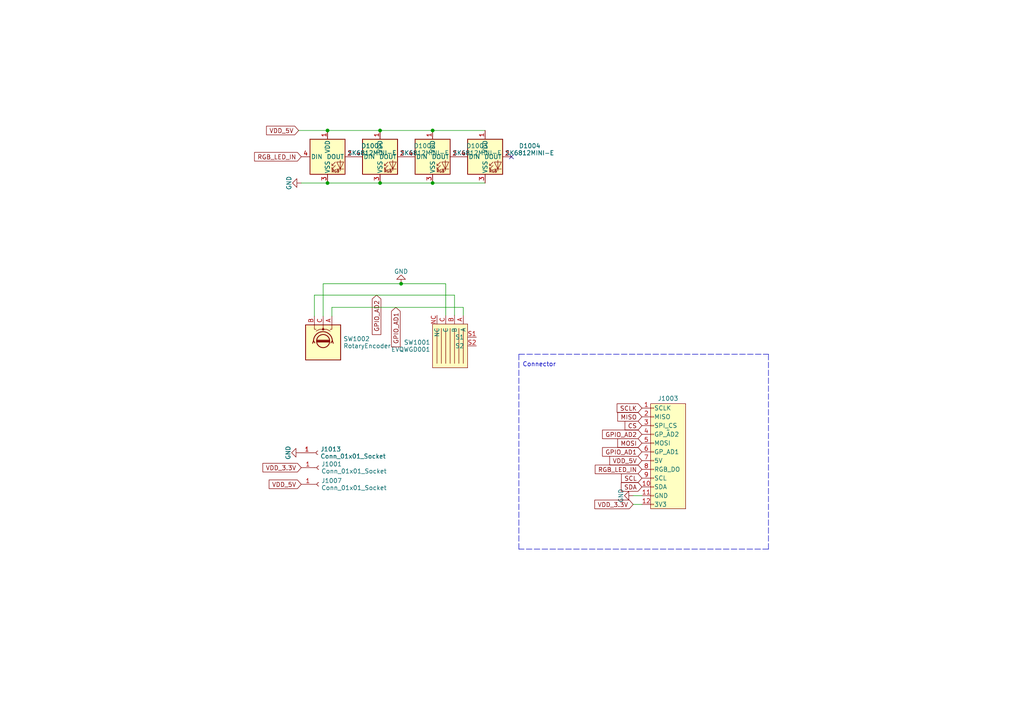
<source format=kicad_sch>
(kicad_sch (version 20230121) (generator eeschema)

  (uuid e63e39d7-6ac0-4ffd-8aa3-1841a4541b55)

  (paper "A4")

  (title_block
    (company "bastard keyboards")
    (comment 4 "Copyright Quentin Lebastard")
  )

  (lib_symbols
    (symbol "Connector:Conn_01x01_Socket" (pin_names (offset 1.016) hide) (in_bom yes) (on_board yes)
      (property "Reference" "J" (at 0 2.54 0)
        (effects (font (size 1.27 1.27)))
      )
      (property "Value" "Conn_01x01_Socket" (at 0 -2.54 0)
        (effects (font (size 1.27 1.27)))
      )
      (property "Footprint" "" (at 0 0 0)
        (effects (font (size 1.27 1.27)) hide)
      )
      (property "Datasheet" "~" (at 0 0 0)
        (effects (font (size 1.27 1.27)) hide)
      )
      (property "ki_locked" "" (at 0 0 0)
        (effects (font (size 1.27 1.27)))
      )
      (property "ki_keywords" "connector" (at 0 0 0)
        (effects (font (size 1.27 1.27)) hide)
      )
      (property "ki_description" "Generic connector, single row, 01x01, script generated" (at 0 0 0)
        (effects (font (size 1.27 1.27)) hide)
      )
      (property "ki_fp_filters" "Connector*:*_1x??_*" (at 0 0 0)
        (effects (font (size 1.27 1.27)) hide)
      )
      (symbol "Conn_01x01_Socket_1_1"
        (polyline
          (pts
            (xy -1.27 0)
            (xy -0.508 0)
          )
          (stroke (width 0.1524) (type default))
          (fill (type none))
        )
        (arc (start 0 0.508) (mid -0.5058 0) (end 0 -0.508)
          (stroke (width 0.1524) (type default))
          (fill (type none))
        )
        (pin passive line (at -5.08 0 0) (length 3.81)
          (name "Pin_1" (effects (font (size 1.27 1.27))))
          (number "1" (effects (font (size 1.27 1.27))))
        )
      )
    )
    (symbol "Device:RotaryEncoder" (pin_names (offset 0.254) hide) (in_bom yes) (on_board yes)
      (property "Reference" "SW" (at 0 6.604 0)
        (effects (font (size 1.27 1.27)))
      )
      (property "Value" "RotaryEncoder" (at 0 -6.604 0)
        (effects (font (size 1.27 1.27)))
      )
      (property "Footprint" "" (at -3.81 4.064 0)
        (effects (font (size 1.27 1.27)) hide)
      )
      (property "Datasheet" "~" (at 0 6.604 0)
        (effects (font (size 1.27 1.27)) hide)
      )
      (property "ki_keywords" "rotary switch encoder" (at 0 0 0)
        (effects (font (size 1.27 1.27)) hide)
      )
      (property "ki_description" "Rotary encoder, dual channel, incremental quadrate outputs" (at 0 0 0)
        (effects (font (size 1.27 1.27)) hide)
      )
      (property "ki_fp_filters" "RotaryEncoder*" (at 0 0 0)
        (effects (font (size 1.27 1.27)) hide)
      )
      (symbol "RotaryEncoder_0_1"
        (rectangle (start -5.08 5.08) (end 5.08 -5.08)
          (stroke (width 0.254) (type default))
          (fill (type background))
        )
        (circle (center -3.81 0) (radius 0.254)
          (stroke (width 0) (type default))
          (fill (type outline))
        )
        (circle (center -0.381 0) (radius 1.905)
          (stroke (width 0.254) (type default))
          (fill (type none))
        )
        (arc (start -0.381 2.667) (mid -3.0988 -0.0635) (end -0.381 -2.794)
          (stroke (width 0.254) (type default))
          (fill (type none))
        )
        (polyline
          (pts
            (xy -0.635 -1.778)
            (xy -0.635 1.778)
          )
          (stroke (width 0.254) (type default))
          (fill (type none))
        )
        (polyline
          (pts
            (xy -0.381 -1.778)
            (xy -0.381 1.778)
          )
          (stroke (width 0.254) (type default))
          (fill (type none))
        )
        (polyline
          (pts
            (xy -0.127 1.778)
            (xy -0.127 -1.778)
          )
          (stroke (width 0.254) (type default))
          (fill (type none))
        )
        (polyline
          (pts
            (xy -5.08 -2.54)
            (xy -3.81 -2.54)
            (xy -3.81 -2.032)
          )
          (stroke (width 0) (type default))
          (fill (type none))
        )
        (polyline
          (pts
            (xy -5.08 2.54)
            (xy -3.81 2.54)
            (xy -3.81 2.032)
          )
          (stroke (width 0) (type default))
          (fill (type none))
        )
        (polyline
          (pts
            (xy 0.254 -3.048)
            (xy -0.508 -2.794)
            (xy 0.127 -2.413)
          )
          (stroke (width 0.254) (type default))
          (fill (type none))
        )
        (polyline
          (pts
            (xy 0.254 2.921)
            (xy -0.508 2.667)
            (xy 0.127 2.286)
          )
          (stroke (width 0.254) (type default))
          (fill (type none))
        )
        (polyline
          (pts
            (xy -5.08 0)
            (xy -3.81 0)
            (xy -3.81 -1.016)
            (xy -3.302 -2.032)
          )
          (stroke (width 0) (type default))
          (fill (type none))
        )
        (polyline
          (pts
            (xy -4.318 0)
            (xy -3.81 0)
            (xy -3.81 1.016)
            (xy -3.302 2.032)
          )
          (stroke (width 0) (type default))
          (fill (type none))
        )
      )
      (symbol "RotaryEncoder_1_1"
        (pin passive line (at -7.62 2.54 0) (length 2.54)
          (name "A" (effects (font (size 1.27 1.27))))
          (number "A" (effects (font (size 1.27 1.27))))
        )
        (pin passive line (at -7.62 -2.54 0) (length 2.54)
          (name "B" (effects (font (size 1.27 1.27))))
          (number "B" (effects (font (size 1.27 1.27))))
        )
        (pin passive line (at -7.62 0 0) (length 2.54)
          (name "C" (effects (font (size 1.27 1.27))))
          (number "C" (effects (font (size 1.27 1.27))))
        )
      )
    )
    (symbol "evqwgd001:EVQWGD001" (pin_names (offset 1.016)) (in_bom yes) (on_board yes)
      (property "Reference" "SW" (at 3.81 6.35 0)
        (effects (font (size 1.27 1.27)))
      )
      (property "Value" "EVQWGD001" (at 0 -8.89 0)
        (effects (font (size 1.27 1.27)))
      )
      (property "Footprint" "" (at 0 0 0)
        (effects (font (size 1.27 1.27)) hide)
      )
      (property "Datasheet" "" (at 0 0 0)
        (effects (font (size 1.27 1.27)) hide)
      )
      (symbol "EVQWGD001_0_1"
        (rectangle (start -6.35 3.81) (end 6.35 -6.35)
          (stroke (width 0) (type solid))
          (fill (type background))
        )
        (polyline
          (pts
            (xy -5.08 -5.08)
            (xy 5.08 -5.08)
          )
          (stroke (width 0) (type solid))
          (fill (type none))
        )
        (polyline
          (pts
            (xy -5.08 -3.81)
            (xy 5.08 -3.81)
          )
          (stroke (width 0) (type solid))
          (fill (type none))
        )
        (polyline
          (pts
            (xy -5.08 -2.54)
            (xy 5.08 -2.54)
          )
          (stroke (width 0) (type solid))
          (fill (type none))
        )
        (polyline
          (pts
            (xy -5.08 -1.27)
            (xy 5.08 -1.27)
          )
          (stroke (width 0) (type solid))
          (fill (type none))
        )
        (polyline
          (pts
            (xy -5.08 0)
            (xy 5.08 0)
          )
          (stroke (width 0) (type solid))
          (fill (type none))
        )
        (polyline
          (pts
            (xy -5.08 1.27)
            (xy 5.08 1.27)
          )
          (stroke (width 0) (type solid))
          (fill (type none))
        )
        (polyline
          (pts
            (xy -5.08 2.54)
            (xy 5.08 2.54)
          )
          (stroke (width 0) (type solid))
          (fill (type none))
        )
      )
      (symbol "EVQWGD001_1_1"
        (pin output line (at -8.89 2.54 0) (length 2.54)
          (name "A" (effects (font (size 1.27 1.27))))
          (number "A" (effects (font (size 1.27 1.27))))
        )
        (pin output line (at -8.89 0 0) (length 2.54)
          (name "B" (effects (font (size 1.27 1.27))))
          (number "B" (effects (font (size 1.27 1.27))))
        )
        (pin passive line (at -8.89 -2.54 0) (length 2.54)
          (name "C" (effects (font (size 1.27 1.27))))
          (number "C" (effects (font (size 1.27 1.27))))
        )
        (pin unspecified line (at -8.89 -5.08 0) (length 2.54)
          (name "NC" (effects (font (size 1.27 1.27))))
          (number "NC" (effects (font (size 1.27 1.27))))
        )
        (pin output line (at -2.54 6.35 270) (length 2.54)
          (name "S1" (effects (font (size 1.27 1.27))))
          (number "S1" (effects (font (size 1.27 1.27))))
        )
        (pin output line (at 0 6.35 270) (length 2.54)
          (name "S2" (effects (font (size 1.27 1.27))))
          (number "S2" (effects (font (size 1.27 1.27))))
        )
      )
    )
    (symbol "power:GND" (power) (pin_names (offset 0)) (in_bom yes) (on_board yes)
      (property "Reference" "#PWR" (at 0 -6.35 0)
        (effects (font (size 1.27 1.27)) hide)
      )
      (property "Value" "GND" (at 0 -3.81 0)
        (effects (font (size 1.27 1.27)))
      )
      (property "Footprint" "" (at 0 0 0)
        (effects (font (size 1.27 1.27)) hide)
      )
      (property "Datasheet" "" (at 0 0 0)
        (effects (font (size 1.27 1.27)) hide)
      )
      (property "ki_keywords" "power-flag" (at 0 0 0)
        (effects (font (size 1.27 1.27)) hide)
      )
      (property "ki_description" "Power symbol creates a global label with name \"GND\" , ground" (at 0 0 0)
        (effects (font (size 1.27 1.27)) hide)
      )
      (symbol "GND_0_1"
        (polyline
          (pts
            (xy 0 0)
            (xy 0 -1.27)
            (xy 1.27 -1.27)
            (xy 0 -2.54)
            (xy -1.27 -1.27)
            (xy 0 -1.27)
          )
          (stroke (width 0) (type default))
          (fill (type none))
        )
      )
      (symbol "GND_1_1"
        (pin power_in line (at 0 0 270) (length 0) hide
          (name "GND" (effects (font (size 1.27 1.27))))
          (number "1" (effects (font (size 1.27 1.27))))
        )
      )
    )
    (symbol "sk6812mini-e:SK6812MINI-E" (pin_names (offset 0.254)) (in_bom yes) (on_board yes)
      (property "Reference" "D" (at 5.08 5.715 0)
        (effects (font (size 1.27 1.27)) (justify right bottom))
      )
      (property "Value" "SK6812MINI-E" (at 1.27 -5.715 0)
        (effects (font (size 1.27 1.27)) (justify left top))
      )
      (property "Footprint" "kicad-keyboard-parts:MX_SK6812MINI-E" (at 1.27 -7.62 0)
        (effects (font (size 1.27 1.27)) (justify left top) hide)
      )
      (property "Datasheet" "https://cdn-shop.adafruit.com/product-files/2686/SK6812MINI_REV.01-1-2.pdf" (at 2.54 -9.525 0)
        (effects (font (size 1.27 1.27)) (justify left top) hide)
      )
      (property "ki_keywords" "RGB LED NeoPixel Mini addressable" (at 0 0 0)
        (effects (font (size 1.27 1.27)) hide)
      )
      (property "ki_description" "Reverse-mount RGB LED with integrated controller" (at 0 0 0)
        (effects (font (size 1.27 1.27)) hide)
      )
      (property "ki_fp_filters" "LED*SK6812MINI*PLCC*3.5x3.5mm*P1.75mm*" (at 0 0 0)
        (effects (font (size 1.27 1.27)) hide)
      )
      (symbol "SK6812MINI-E_0_0"
        (text "RGB" (at 2.286 -4.191 0)
          (effects (font (size 0.762 0.762)))
        )
      )
      (symbol "SK6812MINI-E_0_1"
        (polyline
          (pts
            (xy 1.27 -3.556)
            (xy 1.778 -3.556)
          )
          (stroke (width 0) (type solid))
          (fill (type none))
        )
        (polyline
          (pts
            (xy 1.27 -2.54)
            (xy 1.778 -2.54)
          )
          (stroke (width 0) (type solid))
          (fill (type none))
        )
        (polyline
          (pts
            (xy 4.699 -3.556)
            (xy 2.667 -3.556)
          )
          (stroke (width 0) (type solid))
          (fill (type none))
        )
        (polyline
          (pts
            (xy 2.286 -2.54)
            (xy 1.27 -3.556)
            (xy 1.27 -3.048)
          )
          (stroke (width 0) (type solid))
          (fill (type none))
        )
        (polyline
          (pts
            (xy 2.286 -1.524)
            (xy 1.27 -2.54)
            (xy 1.27 -2.032)
          )
          (stroke (width 0) (type solid))
          (fill (type none))
        )
        (polyline
          (pts
            (xy 3.683 -1.016)
            (xy 3.683 -3.556)
            (xy 3.683 -4.064)
          )
          (stroke (width 0) (type solid))
          (fill (type none))
        )
        (polyline
          (pts
            (xy 4.699 -1.524)
            (xy 2.667 -1.524)
            (xy 3.683 -3.556)
            (xy 4.699 -1.524)
          )
          (stroke (width 0) (type solid))
          (fill (type none))
        )
        (rectangle (start 5.08 5.08) (end -5.08 -5.08)
          (stroke (width 0.254) (type solid))
          (fill (type background))
        )
      )
      (symbol "SK6812MINI-E_1_1"
        (pin power_in line (at 0 7.62 270) (length 2.54)
          (name "VDD" (effects (font (size 1.27 1.27))))
          (number "1" (effects (font (size 1.27 1.27))))
        )
        (pin output line (at 7.62 0 180) (length 2.54)
          (name "DOUT" (effects (font (size 1.27 1.27))))
          (number "2" (effects (font (size 1.27 1.27))))
        )
        (pin power_in line (at 0 -7.62 90) (length 2.54)
          (name "VSS" (effects (font (size 1.27 1.27))))
          (number "3" (effects (font (size 1.27 1.27))))
        )
        (pin input line (at -7.62 0 0) (length 2.54)
          (name "DIN" (effects (font (size 1.27 1.27))))
          (number "4" (effects (font (size 1.27 1.27))))
        )
      )
    )
    (symbol "vik:vik-module-connector" (pin_names (offset 1)) (in_bom yes) (on_board yes)
      (property "Reference" "J" (at 0 15.875 0)
        (effects (font (size 1.27 1.27)))
      )
      (property "Value" "vik-module-connector" (at 0 -17.78 0)
        (effects (font (size 1.27 1.27)) hide)
      )
      (property "Footprint" "" (at 0 6.35 0)
        (effects (font (size 1.27 1.27)) hide)
      )
      (property "Datasheet" "" (at 0 6.35 0)
        (effects (font (size 1.27 1.27)) hide)
      )
      (symbol "vik-module-connector_1_1"
        (rectangle (start -5.08 13.97) (end 5.08 -16.51)
          (stroke (width 0) (type default))
          (fill (type background))
        )
        (rectangle (start -5.0546 -15.113) (end -4.191 -15.367)
          (stroke (width 0.1) (type default))
          (fill (type none))
        )
        (rectangle (start -5.0546 -12.573) (end -4.191 -12.827)
          (stroke (width 0.1) (type default))
          (fill (type none))
        )
        (rectangle (start -5.0546 -10.033) (end -4.191 -10.287)
          (stroke (width 0.1) (type default))
          (fill (type none))
        )
        (rectangle (start -5.0546 -7.493) (end -4.191 -7.747)
          (stroke (width 0.1) (type default))
          (fill (type none))
        )
        (rectangle (start -5.0546 -4.953) (end -4.191 -5.207)
          (stroke (width 0.1) (type default))
          (fill (type none))
        )
        (rectangle (start -5.0546 -2.413) (end -4.191 -2.667)
          (stroke (width 0.1) (type default))
          (fill (type none))
        )
        (rectangle (start -5.0546 0.127) (end -4.191 -0.127)
          (stroke (width 0.1) (type default))
          (fill (type none))
        )
        (rectangle (start -5.0546 2.667) (end -4.191 2.413)
          (stroke (width 0.1) (type default))
          (fill (type none))
        )
        (rectangle (start -5.0546 5.207) (end -4.191 4.953)
          (stroke (width 0.1) (type default))
          (fill (type none))
        )
        (rectangle (start -5.0546 7.747) (end -4.191 7.493)
          (stroke (width 0.1) (type default))
          (fill (type none))
        )
        (rectangle (start -5.0546 10.287) (end -4.191 10.033)
          (stroke (width 0.1) (type default))
          (fill (type none))
        )
        (rectangle (start -5.0546 12.827) (end -4.191 12.573)
          (stroke (width 0.1) (type default))
          (fill (type none))
        )
        (pin output line (at -7.62 12.7 0) (length 2.54)
          (name "SCLK" (effects (font (size 1.27 1.27))))
          (number "1" (effects (font (size 1.27 1.27))))
        )
        (pin bidirectional line (at -7.62 -10.16 0) (length 2.54)
          (name "SDA" (effects (font (size 1.27 1.27))))
          (number "10" (effects (font (size 1.27 1.27))))
        )
        (pin power_out line (at -7.62 -12.7 0) (length 2.54)
          (name "GND" (effects (font (size 1.27 1.27))))
          (number "11" (effects (font (size 1.27 1.27))))
        )
        (pin power_out line (at -7.62 -15.24 0) (length 2.54)
          (name "3V3" (effects (font (size 1.27 1.27))))
          (number "12" (effects (font (size 1.27 1.27))))
        )
        (pin tri_state line (at -7.62 10.16 0) (length 2.54)
          (name "MISO" (effects (font (size 1.27 1.27))))
          (number "2" (effects (font (size 1.27 1.27))))
        )
        (pin output line (at -7.62 7.62 0) (length 2.54)
          (name "SPI_CS" (effects (font (size 1.27 1.27))))
          (number "3" (effects (font (size 1.27 1.27))))
        )
        (pin bidirectional line (at -7.62 5.08 0) (length 2.54)
          (name "GP_AD2" (effects (font (size 1.27 1.27))))
          (number "4" (effects (font (size 1.27 1.27))))
        )
        (pin output line (at -7.62 2.54 0) (length 2.54)
          (name "MOSI" (effects (font (size 1.27 1.27))))
          (number "5" (effects (font (size 1.27 1.27))))
        )
        (pin bidirectional line (at -7.62 0 0) (length 2.54)
          (name "GP_AD1" (effects (font (size 1.27 1.27))))
          (number "6" (effects (font (size 1.27 1.27))))
        )
        (pin power_out line (at -7.62 -2.54 0) (length 2.54)
          (name "5V" (effects (font (size 1.27 1.27))))
          (number "7" (effects (font (size 1.27 1.27))))
        )
        (pin output line (at -7.62 -5.08 0) (length 2.54)
          (name "RGB_DO" (effects (font (size 1.27 1.27))))
          (number "8" (effects (font (size 1.27 1.27))))
        )
        (pin bidirectional line (at -7.62 -7.62 0) (length 2.54)
          (name "SCL" (effects (font (size 1.27 1.27))))
          (number "9" (effects (font (size 1.27 1.27))))
        )
      )
    )
  )

  (junction (at 125.476 53.086) (diameter 0) (color 0 0 0 0)
    (uuid 2aee0d93-6bfa-40a1-8c97-dce805e23662)
  )
  (junction (at 110.236 37.846) (diameter 0) (color 0 0 0 0)
    (uuid 481d0cb7-1c0b-4314-892d-7285ae3e34ae)
  )
  (junction (at 125.476 37.846) (diameter 0) (color 0 0 0 0)
    (uuid 53949a14-efe0-48bc-a2d4-187863ec60d0)
  )
  (junction (at 116.332 82.296) (diameter 0) (color 0 0 0 0)
    (uuid 722c32e6-abdb-4cb5-956a-afe66df0576d)
  )
  (junction (at 110.236 53.086) (diameter 0) (color 0 0 0 0)
    (uuid 7d663fd0-87a9-4e02-9d76-ce1f643df820)
  )
  (junction (at 94.996 53.086) (diameter 0) (color 0 0 0 0)
    (uuid 8b2dc48f-29a5-49a5-af9e-a91e7ba1485c)
  )
  (junction (at 94.996 37.846) (diameter 0) (color 0 0 0 0)
    (uuid c51cad6f-6c04-4903-a090-641606afc39a)
  )

  (no_connect (at 148.336 45.466) (uuid 3dc3328f-5f82-42a2-aa83-9c7b10f80228))

  (polyline (pts (xy 150.495 102.743) (xy 150.495 159.258))
    (stroke (width 0) (type dash))
    (uuid 00c285f6-e591-4626-9110-96a3569f6751)
  )

  (wire (pts (xy 94.996 37.846) (xy 110.236 37.846))
    (stroke (width 0) (type default))
    (uuid 2332d824-85e8-467b-92f3-8f4f048b8646)
  )
  (polyline (pts (xy 222.885 159.258) (xy 150.495 159.258))
    (stroke (width 0) (type dash))
    (uuid 2f2e6293-c29d-4732-91e6-ddebe6cdb18b)
  )

  (wire (pts (xy 93.726 82.296) (xy 116.332 82.296))
    (stroke (width 0) (type default))
    (uuid 35adb7ef-1fce-43a9-ab52-72e4a8b69630)
  )
  (wire (pts (xy 183.642 143.764) (xy 186.182 143.764))
    (stroke (width 0) (type default))
    (uuid 3820dd30-8364-4ae9-b11c-414776fec37e)
  )
  (polyline (pts (xy 222.885 102.743) (xy 222.885 159.258))
    (stroke (width 0) (type dash))
    (uuid 40762a3e-5211-419b-8ce4-8bdf1c17b6c7)
  )

  (wire (pts (xy 86.614 37.846) (xy 94.996 37.846))
    (stroke (width 0) (type default))
    (uuid 49b499e9-f0a4-471e-8947-95a3dd10c228)
  )
  (wire (pts (xy 110.236 53.086) (xy 125.476 53.086))
    (stroke (width 0) (type default))
    (uuid 4fa94778-17dd-438a-aa3d-9bf72e02e545)
  )
  (wire (pts (xy 116.332 82.296) (xy 129.286 82.296))
    (stroke (width 0) (type default))
    (uuid 5022dc3d-f084-4ad6-9e90-927d53212540)
  )
  (wire (pts (xy 110.236 37.846) (xy 125.476 37.846))
    (stroke (width 0) (type default))
    (uuid 58742879-244b-4c46-8efc-4226df284646)
  )
  (wire (pts (xy 94.996 53.086) (xy 110.236 53.086))
    (stroke (width 0) (type default))
    (uuid 8d2bbc40-318d-48da-8406-4e82a30e858e)
  )
  (wire (pts (xy 91.186 85.598) (xy 131.826 85.598))
    (stroke (width 0) (type default))
    (uuid 8e9b147b-7742-40f6-a9c0-aaf693d0689f)
  )
  (polyline (pts (xy 150.495 102.743) (xy 222.885 102.743))
    (stroke (width 0) (type dash))
    (uuid 956e5f31-8566-436c-96a4-e6c9913f7062)
  )

  (wire (pts (xy 134.366 89.154) (xy 134.366 91.44))
    (stroke (width 0) (type default))
    (uuid 9690fdac-f555-4cba-97d3-750995cc1a76)
  )
  (wire (pts (xy 91.186 91.694) (xy 91.186 85.598))
    (stroke (width 0) (type default))
    (uuid a925a635-25f8-49a1-b9b9-c8d379a8a04b)
  )
  (wire (pts (xy 96.266 89.154) (xy 134.366 89.154))
    (stroke (width 0) (type default))
    (uuid a9494d0b-38c5-4be6-8b04-5e4d277dda25)
  )
  (wire (pts (xy 129.286 82.296) (xy 129.286 91.44))
    (stroke (width 0) (type default))
    (uuid b43ef87d-c376-4454-bd83-203f81882c5b)
  )
  (wire (pts (xy 183.642 146.304) (xy 186.182 146.304))
    (stroke (width 0) (type default))
    (uuid b4e306e9-6f32-4a99-a58d-07d594ce60de)
  )
  (wire (pts (xy 131.826 85.598) (xy 131.826 91.44))
    (stroke (width 0) (type default))
    (uuid b605ad2e-0638-4c56-b27d-cc385f0d5262)
  )
  (wire (pts (xy 96.266 91.694) (xy 96.266 89.154))
    (stroke (width 0) (type default))
    (uuid c465a371-9d5d-47cd-b24a-22287ac9cb8f)
  )
  (wire (pts (xy 125.476 53.086) (xy 140.716 53.086))
    (stroke (width 0) (type default))
    (uuid d93db4a8-91c9-48a6-ad1e-f73ab9ef3b07)
  )
  (wire (pts (xy 125.476 37.846) (xy 140.716 37.846))
    (stroke (width 0) (type default))
    (uuid db1de50a-f437-4836-92be-0f44ebdfb4e5)
  )
  (wire (pts (xy 93.726 91.694) (xy 93.726 82.296))
    (stroke (width 0) (type default))
    (uuid e4a95bb7-5a34-44a8-9c40-256910944ccc)
  )
  (wire (pts (xy 87.376 53.086) (xy 94.996 53.086))
    (stroke (width 0) (type default))
    (uuid eb3ea59e-5dbc-4902-884b-f81fcc8bb7a5)
  )

  (text "Connector" (at 161.29 106.553 0)
    (effects (font (size 1.27 1.27)) (justify right bottom))
    (uuid d11069ff-9090-4796-bb65-c719f7867229)
  )

  (global_label "RGB_LED_IN" (shape input) (at 186.182 136.144 180)
    (effects (font (size 1.27 1.27)) (justify right))
    (uuid 0f1ce473-e63e-4ea9-86b6-ffa27ba99b5f)
    (property "Intersheetrefs" "${INTERSHEET_REFS}" (at 280.162 274.574 0)
      (effects (font (size 1.27 1.27)) hide)
    )
  )
  (global_label "VDD_5V" (shape input) (at 87.376 140.462 180)
    (effects (font (size 1.27 1.27)) (justify right))
    (uuid 18dc6252-51ee-41b7-8026-2ccf60852622)
    (property "Intersheetrefs" "${INTERSHEET_REFS}" (at 181.356 278.892 0)
      (effects (font (size 1.27 1.27)) hide)
    )
  )
  (global_label "GPIO_AD2" (shape input) (at 186.182 125.984 180)
    (effects (font (size 1.27 1.27)) (justify right))
    (uuid 20c634a4-0a44-4124-aa6f-b077bb0964c9)
    (property "Intersheetrefs" "${INTERSHEET_REFS}" (at 280.162 264.414 0)
      (effects (font (size 1.27 1.27)) hide)
    )
  )
  (global_label "VDD_3.3V" (shape input) (at 87.376 135.636 180)
    (effects (font (size 1.27 1.27)) (justify right))
    (uuid 2bc6f97c-29ad-4cfa-91df-9df45f0ae3f7)
    (property "Intersheetrefs" "${INTERSHEET_REFS}" (at 76.2543 135.7154 0)
      (effects (font (size 1.27 1.27)) (justify right) hide)
    )
  )
  (global_label "CS" (shape input) (at 186.182 123.444 180)
    (effects (font (size 1.27 1.27)) (justify right))
    (uuid 317a28ca-23fa-43c5-a7c6-2d385ff166dc)
    (property "Intersheetrefs" "${INTERSHEET_REFS}" (at 179.9589 123.5234 0)
      (effects (font (size 1.27 1.27)) (justify right) hide)
    )
  )
  (global_label "GPIO_AD2" (shape input) (at 109.22 85.598 270)
    (effects (font (size 1.27 1.27)) (justify right))
    (uuid 40fe22e0-ea27-4074-8491-747b8fce0c33)
    (property "Intersheetrefs" "${INTERSHEET_REFS}" (at 247.65 -8.382 0)
      (effects (font (size 1.27 1.27)) hide)
    )
  )
  (global_label "VDD_5V" (shape input) (at 86.614 37.846 180)
    (effects (font (size 1.27 1.27)) (justify right))
    (uuid 6c2de1d1-7ac3-4985-a465-1e7cc19b6e9a)
    (property "Intersheetrefs" "${INTERSHEET_REFS}" (at 180.594 176.276 0)
      (effects (font (size 1.27 1.27)) hide)
    )
  )
  (global_label "SCLK" (shape input) (at 186.182 118.364 180)
    (effects (font (size 1.27 1.27)) (justify right))
    (uuid 7c9bd48e-942d-4227-99f3-ed572b0f6370)
    (property "Intersheetrefs" "${INTERSHEET_REFS}" (at 178.9913 118.4434 0)
      (effects (font (size 1.27 1.27)) (justify right) hide)
    )
  )
  (global_label "GPIO_AD1" (shape input) (at 186.182 131.064 180)
    (effects (font (size 1.27 1.27)) (justify right))
    (uuid 80365cdf-9b6a-46d2-868d-31411099f278)
    (property "Intersheetrefs" "${INTERSHEET_REFS}" (at 280.162 269.494 0)
      (effects (font (size 1.27 1.27)) hide)
    )
  )
  (global_label "RGB_LED_IN" (shape input) (at 87.376 45.466 180)
    (effects (font (size 1.27 1.27)) (justify right))
    (uuid 9f80622d-783a-4b75-b739-f9405857755c)
    (property "Intersheetrefs" "${INTERSHEET_REFS}" (at 181.356 183.896 0)
      (effects (font (size 1.27 1.27)) hide)
    )
  )
  (global_label "GPIO_AD1" (shape input) (at 114.808 89.154 270)
    (effects (font (size 1.27 1.27)) (justify right))
    (uuid a17f1187-96f0-4d46-9d48-5c293ebff7af)
    (property "Intersheetrefs" "${INTERSHEET_REFS}" (at 253.238 -4.826 0)
      (effects (font (size 1.27 1.27)) hide)
    )
  )
  (global_label "VDD_5V" (shape input) (at 186.182 133.604 180)
    (effects (font (size 1.27 1.27)) (justify right))
    (uuid aacf2830-2bc2-476b-a833-9f8c0c478d2c)
    (property "Intersheetrefs" "${INTERSHEET_REFS}" (at 280.162 272.034 0)
      (effects (font (size 1.27 1.27)) hide)
    )
  )
  (global_label "SCL" (shape input) (at 186.182 138.684 180)
    (effects (font (size 1.27 1.27)) (justify right))
    (uuid b722fb71-2ca0-4aec-8d0e-b28bef3e297d)
    (property "Intersheetrefs" "${INTERSHEET_REFS}" (at 280.162 277.114 0)
      (effects (font (size 1.27 1.27)) hide)
    )
  )
  (global_label "MISO" (shape input) (at 186.182 120.904 180)
    (effects (font (size 1.27 1.27)) (justify right))
    (uuid bcb4eb3f-1308-49ed-82b8-809c7b434489)
    (property "Intersheetrefs" "${INTERSHEET_REFS}" (at 179.1727 120.8246 0)
      (effects (font (size 1.27 1.27)) (justify right) hide)
    )
  )
  (global_label "VDD_3.3V" (shape input) (at 183.642 146.304 180)
    (effects (font (size 1.27 1.27)) (justify right))
    (uuid cbed4be4-cc76-4919-a8df-f70eaae9db3c)
    (property "Intersheetrefs" "${INTERSHEET_REFS}" (at 172.5203 146.3834 0)
      (effects (font (size 1.27 1.27)) (justify right) hide)
    )
  )
  (global_label "MOSI" (shape input) (at 186.182 128.524 180)
    (effects (font (size 1.27 1.27)) (justify right))
    (uuid cd96bf17-259f-4647-939c-0388dd2e9eb7)
    (property "Intersheetrefs" "${INTERSHEET_REFS}" (at 179.1727 128.6034 0)
      (effects (font (size 1.27 1.27)) (justify right) hide)
    )
  )
  (global_label "SDA" (shape input) (at 186.182 141.224 180)
    (effects (font (size 1.27 1.27)) (justify right))
    (uuid cdd3db1d-e795-4a29-a27d-4ccad64c560d)
    (property "Intersheetrefs" "${INTERSHEET_REFS}" (at 280.162 279.654 0)
      (effects (font (size 1.27 1.27)) hide)
    )
  )

  (symbol (lib_id "power:GND") (at 116.332 82.296 180) (unit 1)
    (in_bom yes) (on_board yes) (dnp no)
    (uuid 0b65173d-0a6e-4fea-a621-3ed18ceb8915)
    (property "Reference" "#PWR01003" (at 116.332 75.946 0)
      (effects (font (size 1.27 1.27)) hide)
    )
    (property "Value" "GND" (at 116.332 78.74 0)
      (effects (font (size 1.27 1.27)))
    )
    (property "Footprint" "" (at 116.332 82.296 0)
      (effects (font (size 1.27 1.27)) hide)
    )
    (property "Datasheet" "" (at 116.332 82.296 0)
      (effects (font (size 1.27 1.27)) hide)
    )
    (pin "1" (uuid 23f59e4f-7231-461c-b805-c74d7633120c))
    (instances
      (project "ec11-evqwgd001"
        (path "/e63e39d7-6ac0-4ffd-8aa3-1841a4541b55"
          (reference "#PWR01003") (unit 1)
        )
      )
    )
  )

  (symbol (lib_id "sk6812mini-e:SK6812MINI-E") (at 110.236 45.466 0) (unit 1)
    (in_bom yes) (on_board yes) (dnp no) (fields_autoplaced)
    (uuid 338cadda-03da-4920-aaa3-82d2b741c4cc)
    (property "Reference" "D1002" (at 123.1647 42.3179 0)
      (effects (font (size 1.27 1.27)))
    )
    (property "Value" "SK6812MINI-E" (at 123.1647 44.3659 0)
      (effects (font (size 1.27 1.27)))
    )
    (property "Footprint" "local:SK6812MINI-E-no-switch-outline" (at 111.506 53.086 0)
      (effects (font (size 1.27 1.27)) (justify left top) hide)
    )
    (property "Datasheet" "https://cdn-shop.adafruit.com/product-files/2686/SK6812MINI_REV.01-1-2.pdf" (at 112.776 54.991 0)
      (effects (font (size 1.27 1.27)) (justify left top) hide)
    )
    (pin "1" (uuid 10e2767c-ef21-4a99-b399-7a71e76a756d))
    (pin "2" (uuid 0bb48dfa-728d-4b1d-8fca-7382e762332e))
    (pin "3" (uuid 3b9c0d46-6fa1-43ae-bb06-0aa26c3d716b))
    (pin "4" (uuid 11a75cb5-1323-436d-b16c-92f06fcd01b4))
    (instances
      (project "ec11-evqwgd001"
        (path "/e63e39d7-6ac0-4ffd-8aa3-1841a4541b55"
          (reference "D1002") (unit 1)
        )
      )
    )
  )

  (symbol (lib_id "Connector:Conn_01x01_Socket") (at 92.456 135.636 0) (unit 1)
    (in_bom yes) (on_board yes) (dnp no) (fields_autoplaced)
    (uuid 3492e739-1921-49e8-bda8-41a585fe7b2b)
    (property "Reference" "J1001" (at 93.1672 134.612 0)
      (effects (font (size 1.27 1.27)) (justify left))
    )
    (property "Value" "Conn_01x01_Socket" (at 93.1672 136.66 0)
      (effects (font (size 1.27 1.27)) (justify left))
    )
    (property "Footprint" "Connector_Wire:SolderWire-0.5sqmm_1x01_D0.9mm_OD2.3mm" (at 92.456 135.636 0)
      (effects (font (size 1.27 1.27)) hide)
    )
    (property "Datasheet" "~" (at 92.456 135.636 0)
      (effects (font (size 1.27 1.27)) hide)
    )
    (pin "1" (uuid 8c129d77-f79c-477d-a188-413537e7a669))
    (instances
      (project "ec11-evqwgd001"
        (path "/e63e39d7-6ac0-4ffd-8aa3-1841a4541b55"
          (reference "J1001") (unit 1)
        )
      )
    )
  )

  (symbol (lib_id "Connector:Conn_01x01_Socket") (at 92.202 131.318 0) (unit 1)
    (in_bom yes) (on_board yes) (dnp no) (fields_autoplaced)
    (uuid 522eae16-bdfd-4ae9-a3a5-5f088ed1d0ad)
    (property "Reference" "J1013" (at 92.9132 130.294 0)
      (effects (font (size 1.27 1.27)) (justify left))
    )
    (property "Value" "Conn_01x01_Socket" (at 92.9132 132.342 0)
      (effects (font (size 1.27 1.27)) (justify left))
    )
    (property "Footprint" "Connector_Wire:SolderWire-0.5sqmm_1x01_D0.9mm_OD2.3mm" (at 92.202 131.318 0)
      (effects (font (size 1.27 1.27)) hide)
    )
    (property "Datasheet" "~" (at 92.202 131.318 0)
      (effects (font (size 1.27 1.27)) hide)
    )
    (pin "1" (uuid 3e03b351-04fc-40f8-9f9c-a28b7ddb09bc))
    (instances
      (project "ec11-evqwgd001"
        (path "/e63e39d7-6ac0-4ffd-8aa3-1841a4541b55"
          (reference "J1013") (unit 1)
        )
      )
    )
  )

  (symbol (lib_id "vik:vik-module-connector") (at 193.802 131.064 0) (unit 1)
    (in_bom yes) (on_board yes) (dnp no)
    (uuid 5aa338f8-7634-447d-b5b2-e44a490de94b)
    (property "Reference" "J1003" (at 190.754 115.57 0)
      (effects (font (size 1.27 1.27)) (justify left))
    )
    (property "Value" "~" (at 193.802 124.714 0)
      (effects (font (size 1.27 1.27)))
    )
    (property "Footprint" "vik:vik-module-connector-horizontal" (at 193.802 124.714 0)
      (effects (font (size 1.27 1.27)) hide)
    )
    (property "Datasheet" "" (at 193.802 124.714 0)
      (effects (font (size 1.27 1.27)) hide)
    )
    (property "LCSC" "C2919557" (at 193.802 131.064 0)
      (effects (font (size 1.27 1.27)) hide)
    )
    (pin "1" (uuid a34aada2-1fe0-46b7-8dd8-b69fa8579826))
    (pin "10" (uuid d1fbba25-d367-49b8-a076-83dc6b1ffa47))
    (pin "11" (uuid 5c01a4fd-745b-45fd-9e6c-0493ccff6be7))
    (pin "12" (uuid 92d6f157-58be-4db9-a7ec-20d9ab556844))
    (pin "2" (uuid c5d51bc6-b3fb-4497-964f-40244371736a))
    (pin "3" (uuid d6517d4f-b9d8-48e8-a6c7-d589a1caead5))
    (pin "4" (uuid 0754d992-a23f-4ef1-ae29-a468917cdff8))
    (pin "5" (uuid f2aeaab5-b2b4-4ddb-b936-217b2595400f))
    (pin "6" (uuid 5d5a4f4b-af20-49f7-8356-61a4d95d217c))
    (pin "7" (uuid 9a3f7229-f792-4c65-9434-3e3dcd394cb8))
    (pin "8" (uuid f1868c46-f0a3-41dc-8a93-ee049ed41b56))
    (pin "9" (uuid 694d2c45-3ee2-45dc-84ef-791f1d2123fd))
    (instances
      (project "ec11-evqwgd001"
        (path "/e63e39d7-6ac0-4ffd-8aa3-1841a4541b55"
          (reference "J1003") (unit 1)
        )
      )
    )
  )

  (symbol (lib_id "power:GND") (at 87.122 131.318 270) (unit 1)
    (in_bom yes) (on_board yes) (dnp no)
    (uuid 65c3974a-980a-4d0c-a9fc-3d7b3b65f518)
    (property "Reference" "#PWR01001" (at 80.772 131.318 0)
      (effects (font (size 1.27 1.27)) hide)
    )
    (property "Value" "GND" (at 83.566 131.318 0)
      (effects (font (size 1.27 1.27)))
    )
    (property "Footprint" "" (at 87.122 131.318 0)
      (effects (font (size 1.27 1.27)) hide)
    )
    (property "Datasheet" "" (at 87.122 131.318 0)
      (effects (font (size 1.27 1.27)) hide)
    )
    (pin "1" (uuid 2a221859-87e5-45f5-9008-129de48e5d21))
    (instances
      (project "ec11-evqwgd001"
        (path "/e63e39d7-6ac0-4ffd-8aa3-1841a4541b55"
          (reference "#PWR01001") (unit 1)
        )
      )
    )
  )

  (symbol (lib_id "power:GND") (at 183.642 143.764 270) (unit 1)
    (in_bom yes) (on_board yes) (dnp no)
    (uuid 71b6101a-c309-44c0-bd8c-1827f05fbe95)
    (property "Reference" "#PWR0101" (at 177.292 143.764 0)
      (effects (font (size 1.27 1.27)) hide)
    )
    (property "Value" "GND" (at 180.086 143.764 0)
      (effects (font (size 1.27 1.27)))
    )
    (property "Footprint" "" (at 183.642 143.764 0)
      (effects (font (size 1.27 1.27)) hide)
    )
    (property "Datasheet" "" (at 183.642 143.764 0)
      (effects (font (size 1.27 1.27)) hide)
    )
    (pin "1" (uuid 8cf6c38f-dbd5-41b5-ad1b-b51890a9a1cd))
    (instances
      (project "ec11-evqwgd001"
        (path "/e63e39d7-6ac0-4ffd-8aa3-1841a4541b55"
          (reference "#PWR0101") (unit 1)
        )
      )
    )
  )

  (symbol (lib_id "Connector:Conn_01x01_Socket") (at 92.456 140.462 0) (unit 1)
    (in_bom yes) (on_board yes) (dnp no) (fields_autoplaced)
    (uuid c0d315d1-088d-42e0-b226-4ac2760c1d77)
    (property "Reference" "J1007" (at 93.1672 139.438 0)
      (effects (font (size 1.27 1.27)) (justify left))
    )
    (property "Value" "Conn_01x01_Socket" (at 93.1672 141.486 0)
      (effects (font (size 1.27 1.27)) (justify left))
    )
    (property "Footprint" "Connector_Wire:SolderWire-0.5sqmm_1x01_D0.9mm_OD2.3mm" (at 92.456 140.462 0)
      (effects (font (size 1.27 1.27)) hide)
    )
    (property "Datasheet" "~" (at 92.456 140.462 0)
      (effects (font (size 1.27 1.27)) hide)
    )
    (pin "1" (uuid 2c7f1184-3033-418b-804d-6492b48d3031))
    (instances
      (project "ec11-evqwgd001"
        (path "/e63e39d7-6ac0-4ffd-8aa3-1841a4541b55"
          (reference "J1007") (unit 1)
        )
      )
    )
  )

  (symbol (lib_id "sk6812mini-e:SK6812MINI-E") (at 125.476 45.466 0) (unit 1)
    (in_bom yes) (on_board yes) (dnp no) (fields_autoplaced)
    (uuid c77ab442-b4bb-408d-b411-3b169069057a)
    (property "Reference" "D1003" (at 138.4047 42.3179 0)
      (effects (font (size 1.27 1.27)))
    )
    (property "Value" "SK6812MINI-E" (at 138.4047 44.3659 0)
      (effects (font (size 1.27 1.27)))
    )
    (property "Footprint" "local:SK6812MINI-E-no-switch-outline" (at 126.746 53.086 0)
      (effects (font (size 1.27 1.27)) (justify left top) hide)
    )
    (property "Datasheet" "https://cdn-shop.adafruit.com/product-files/2686/SK6812MINI_REV.01-1-2.pdf" (at 128.016 54.991 0)
      (effects (font (size 1.27 1.27)) (justify left top) hide)
    )
    (pin "1" (uuid 3e89e308-a8e2-40c9-817d-b8b1ccd55eb5))
    (pin "2" (uuid 4acfc29d-6a28-402c-b403-b4e2538df192))
    (pin "3" (uuid 68a6b162-24c5-426f-bab8-4586dad27465))
    (pin "4" (uuid 4ed21832-72e2-4b3c-89be-6f2f5135cc55))
    (instances
      (project "ec11-evqwgd001"
        (path "/e63e39d7-6ac0-4ffd-8aa3-1841a4541b55"
          (reference "D1003") (unit 1)
        )
      )
    )
  )

  (symbol (lib_id "sk6812mini-e:SK6812MINI-E") (at 94.996 45.466 0) (unit 1)
    (in_bom yes) (on_board yes) (dnp no) (fields_autoplaced)
    (uuid ce7bf982-cedc-4bad-b06d-3e388987709a)
    (property "Reference" "D1001" (at 107.9247 42.3179 0)
      (effects (font (size 1.27 1.27)))
    )
    (property "Value" "SK6812MINI-E" (at 107.9247 44.3659 0)
      (effects (font (size 1.27 1.27)))
    )
    (property "Footprint" "local:SK6812MINI-E-no-switch-outline" (at 96.266 53.086 0)
      (effects (font (size 1.27 1.27)) (justify left top) hide)
    )
    (property "Datasheet" "https://cdn-shop.adafruit.com/product-files/2686/SK6812MINI_REV.01-1-2.pdf" (at 97.536 54.991 0)
      (effects (font (size 1.27 1.27)) (justify left top) hide)
    )
    (pin "1" (uuid 0bb98dfe-48d5-4f61-8275-9b38b155e324))
    (pin "2" (uuid 03d858d5-50dd-40d0-8760-11bb967708d6))
    (pin "3" (uuid 526b3ac0-745e-4038-959c-60966abcd8a6))
    (pin "4" (uuid 7b5d737a-1918-468e-9aac-5afef055032f))
    (instances
      (project "ec11-evqwgd001"
        (path "/e63e39d7-6ac0-4ffd-8aa3-1841a4541b55"
          (reference "D1001") (unit 1)
        )
      )
    )
  )

  (symbol (lib_id "sk6812mini-e:SK6812MINI-E") (at 140.716 45.466 0) (unit 1)
    (in_bom yes) (on_board yes) (dnp no) (fields_autoplaced)
    (uuid dd1eb896-e58e-419e-83b4-124ee827158c)
    (property "Reference" "D1004" (at 153.6447 42.3179 0)
      (effects (font (size 1.27 1.27)))
    )
    (property "Value" "SK6812MINI-E" (at 153.6447 44.3659 0)
      (effects (font (size 1.27 1.27)))
    )
    (property "Footprint" "local:SK6812MINI-E-no-switch-outline" (at 141.986 53.086 0)
      (effects (font (size 1.27 1.27)) (justify left top) hide)
    )
    (property "Datasheet" "https://cdn-shop.adafruit.com/product-files/2686/SK6812MINI_REV.01-1-2.pdf" (at 143.256 54.991 0)
      (effects (font (size 1.27 1.27)) (justify left top) hide)
    )
    (pin "1" (uuid 3e671863-242c-4b16-a0bc-df4d35dda567))
    (pin "2" (uuid d18aef62-8456-4188-b10a-7a4cb7fbb382))
    (pin "3" (uuid 00a9aae0-5322-4669-88d8-bc43208940da))
    (pin "4" (uuid 65039d4a-bc6f-4994-a07f-eb097cb9467e))
    (instances
      (project "ec11-evqwgd001"
        (path "/e63e39d7-6ac0-4ffd-8aa3-1841a4541b55"
          (reference "D1004") (unit 1)
        )
      )
    )
  )

  (symbol (lib_id "evqwgd001:EVQWGD001") (at 131.826 100.33 270) (unit 1)
    (in_bom yes) (on_board yes) (dnp no) (fields_autoplaced)
    (uuid decb7cea-c10d-48a5-848e-78fce6569dc6)
    (property "Reference" "SW1001" (at 124.841 99.306 90)
      (effects (font (size 1.27 1.27)) (justify right))
    )
    (property "Value" "EVQWGD001" (at 124.841 101.354 90)
      (effects (font (size 1.27 1.27)) (justify right))
    )
    (property "Footprint" "local:EVQWGD001" (at 131.826 100.33 0)
      (effects (font (size 1.27 1.27)) hide)
    )
    (property "Datasheet" "" (at 131.826 100.33 0)
      (effects (font (size 1.27 1.27)) hide)
    )
    (pin "A" (uuid 81560c30-1b16-43a5-9e77-78d9e254c66a))
    (pin "B" (uuid 21a3b868-69a5-46e4-bdff-bac06d921697))
    (pin "C" (uuid e85d68e2-488c-4f22-b3f1-3d152ef0d4e2))
    (pin "NC" (uuid f4f36a0e-cf49-42ff-a9e5-019082380c14))
    (pin "S1" (uuid 5d1df93b-3af5-41cc-948a-4fcef75bf958))
    (pin "S2" (uuid 9971267b-a4d2-4239-8844-bcc71ea06642))
    (instances
      (project "ec11-evqwgd001"
        (path "/e63e39d7-6ac0-4ffd-8aa3-1841a4541b55"
          (reference "SW1001") (unit 1)
        )
      )
    )
  )

  (symbol (lib_id "power:GND") (at 87.376 53.086 270) (unit 1)
    (in_bom yes) (on_board yes) (dnp no)
    (uuid e1f1af0c-16fc-4ceb-8118-91e593cdeb46)
    (property "Reference" "#PWR01002" (at 81.026 53.086 0)
      (effects (font (size 1.27 1.27)) hide)
    )
    (property "Value" "GND" (at 83.82 53.086 0)
      (effects (font (size 1.27 1.27)))
    )
    (property "Footprint" "" (at 87.376 53.086 0)
      (effects (font (size 1.27 1.27)) hide)
    )
    (property "Datasheet" "" (at 87.376 53.086 0)
      (effects (font (size 1.27 1.27)) hide)
    )
    (pin "1" (uuid 35917b0f-6dcc-4a6c-adce-5d1d5330e878))
    (instances
      (project "ec11-evqwgd001"
        (path "/e63e39d7-6ac0-4ffd-8aa3-1841a4541b55"
          (reference "#PWR01002") (unit 1)
        )
      )
    )
  )

  (symbol (lib_id "Device:RotaryEncoder") (at 93.726 99.314 270) (unit 1)
    (in_bom yes) (on_board yes) (dnp no) (fields_autoplaced)
    (uuid f8c5e1c4-23fc-44bb-a68c-04c461bce6f2)
    (property "Reference" "SW1002" (at 99.568 98.29 90)
      (effects (font (size 1.27 1.27)) (justify left))
    )
    (property "Value" "RotaryEncoder" (at 99.568 100.338 90)
      (effects (font (size 1.27 1.27)) (justify left))
    )
    (property "Footprint" "local:RotaryEncoder_EC11-no-legs" (at 97.79 95.504 0)
      (effects (font (size 1.27 1.27)) hide)
    )
    (property "Datasheet" "~" (at 100.33 99.314 0)
      (effects (font (size 1.27 1.27)) hide)
    )
    (pin "A" (uuid 84e6773a-a953-46ca-888c-ed64ef149bea))
    (pin "B" (uuid c9c59f1c-d8cb-4f47-a361-e514c40413c5))
    (pin "C" (uuid a00ccd3f-036a-4cb1-b2a2-5ec1d068a052))
    (instances
      (project "ec11-evqwgd001"
        (path "/e63e39d7-6ac0-4ffd-8aa3-1841a4541b55"
          (reference "SW1002") (unit 1)
        )
      )
    )
  )

  (sheet_instances
    (path "/" (page "1"))
  )
)

</source>
